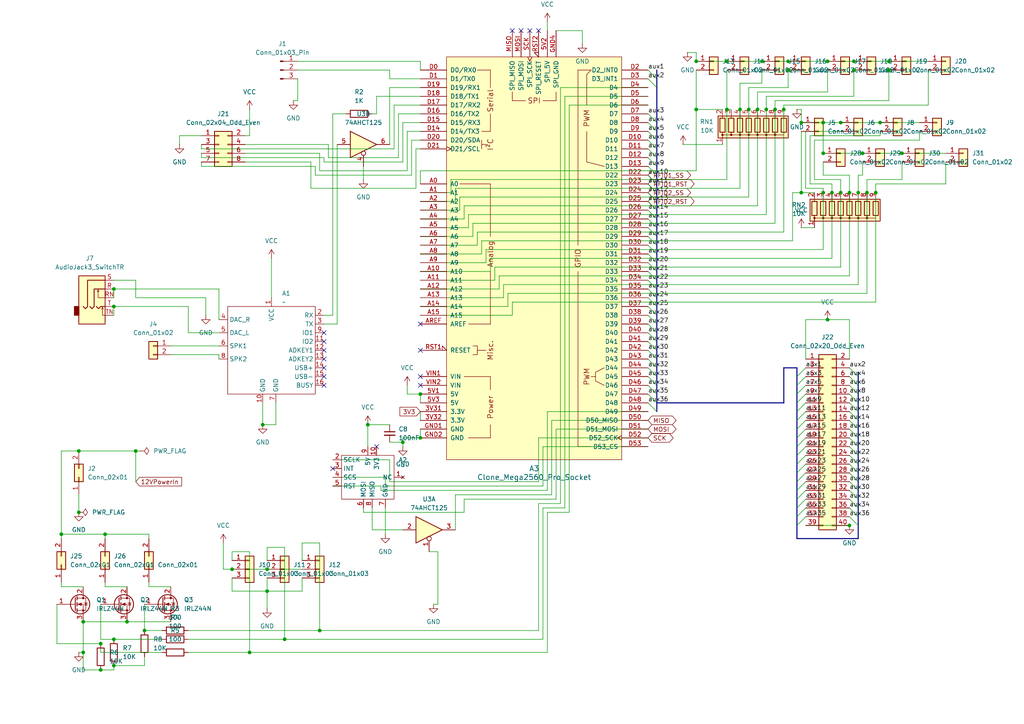
<source format=kicad_sch>
(kicad_sch (version 20231120) (generator "eeschema") (generator_version "8.0")
  (paper "A4")
  (junction (at 24.13 180.34))
  (junction (at 156.21 260.35))
  (junction (at 30.48 154.94))
  (junction (at 238.76 55.88))
  (junction (at 217.17 31.75))
  (junction (at 33.02 193.04))
  (junction (at 238.76 44.45))
  (junction (at 147.32 242.57))
  (junction (at 116.84 128.27))
  (junction (at 33.02 83.82))
  (junction (at 33.02 88.9))
  (junction (at 67.31 165.1))
  (junction (at 22.86 148.59))
  (junction (at 247.65 17.78))
  (junction (at 29.21 186.69))
  (junction (at 210.82 17.78))
  (junction (at 261.62 44.45))
  (junction (at 243.84 35.56))
  (junction (at 22.86 130.81))
  (junction (at 92.71 344.17))
  (junction (at 41.91 182.88))
  (junction (at 247.65 20.32))
  (junction (at 77.47 171.45))
  (junction (at 77.47 165.1))
  (junction (at 222.25 31.75))
  (junction (at 92.71 182.88))
  (junction (at 201.93 31.75))
  (junction (at 238.76 35.56))
  (junction (at 255.27 35.56))
  (junction (at 201.93 17.78))
  (junction (at 82.55 185.42))
  (junction (at 121.92 127))
  (junction (at 24.13 189.23))
  (junction (at 33.02 185.42))
  (junction (at 240.03 92.71))
  (junction (at 232.41 35.56))
  (junction (at 203.2 271.78))
  (junction (at 254 55.88))
  (junction (at 250.19 44.45))
  (junction (at 228.6 20.32))
  (junction (at 72.39 189.23))
  (junction (at 219.71 31.75))
  (junction (at 227.33 31.75))
  (junction (at 80.01 242.57))
  (junction (at 248.92 55.88))
  (junction (at 214.63 31.75))
  (junction (at 251.46 55.88))
  (junction (at 232.41 55.88))
  (junction (at 95.25 242.57))
  (junction (at 246.38 152.4))
  (junction (at 121.92 114.3))
  (junction (at 243.84 55.88))
  (junction (at 241.3 55.88))
  (junction (at 17.78 154.94))
  (junction (at 156.21 242.57))
  (junction (at 36.83 180.34))
  (junction (at 29.21 194.31))
  (junction (at 228.6 17.78))
  (junction (at 240.03 17.78))
  (junction (at 106.68 123.19))
  (junction (at 220.98 17.78))
  (junction (at 39.37 130.81))
  (junction (at 246.38 55.88))
  (junction (at 257.81 20.32))
  (junction (at 210.82 31.75))
  (junction (at 224.79 31.75))
  (junction (at 257.81 17.78))
  (junction (at 76.2 123.19))
  (junction (at 80.01 267.97))
  (no_connect (at 121.92 93.98))
  (no_connect (at 153.67 8.89))
  (no_connect (at 93.98 96.52))
  (no_connect (at 93.98 104.14))
  (no_connect (at 151.13 8.89))
  (no_connect (at 121.92 101.6))
  (no_connect (at 234.95 314.96))
  (no_connect (at 109.22 129.54))
  (no_connect (at 96.52 135.89))
  (no_connect (at 148.59 8.89))
  (no_connect (at 237.49 303.53))
  (no_connect (at 93.98 106.68))
  (no_connect (at 121.92 109.22))
  (no_connect (at 93.98 99.06))
  (no_connect (at 93.98 101.6))
  (no_connect (at 156.21 8.89))
  (no_connect (at 242.57 321.31))
  (no_connect (at 93.98 109.22))
  (no_connect (at 93.98 111.76))
  (no_connect (at 250.19 314.96))
  (no_connect (at 252.73 303.53))
  (no_connect (at 121.92 111.76))
  (no_connect (at 245.11 309.88))
  (bus_entry (at 248.92 132.08) (size -2.54 -2.54))
  (bus_entry (at 248.92 109.22) (size -2.54 -2.54))
  (bus_entry (at 187.96 99.06) (size 2.54 2.54))
  (bus_entry (at 248.92 127) (size -2.54 -2.54))
  (bus_entry (at 248.92 152.4) (size -2.54 -2.54))
  (bus_entry (at 187.96 48.26) (size 2.54 2.54))
  (bus_entry (at 187.96 93.98) (size 2.54 2.54))
  (bus_entry (at 187.96 58.42) (size 2.54 2.54))
  (bus_entry (at 187.96 111.76) (size 2.54 2.54))
  (bus_entry (at 231.14 124.46) (size 2.54 -2.54))
  (bus_entry (at 231.14 132.08) (size 2.54 -2.54))
  (bus_entry (at 187.96 63.5) (size 2.54 2.54))
  (bus_entry (at 187.96 22.86) (size 2.54 2.54))
  (bus_entry (at 187.96 104.14) (size 2.54 2.54))
  (bus_entry (at 187.96 68.58) (size 2.54 2.54))
  (bus_entry (at 231.14 116.84) (size 2.54 -2.54))
  (bus_entry (at 231.14 127) (size 2.54 -2.54))
  (bus_entry (at 248.92 111.76) (size -2.54 -2.54))
  (bus_entry (at 187.96 66.04) (size 2.54 2.54))
  (bus_entry (at 248.92 139.7) (size -2.54 -2.54))
  (bus_entry (at 248.92 149.86) (size -2.54 -2.54))
  (bus_entry (at 187.96 76.2) (size 2.54 2.54))
  (bus_entry (at 248.92 134.62) (size -2.54 -2.54))
  (bus_entry (at 187.96 116.84) (size 2.54 2.54))
  (bus_entry (at 187.96 43.18) (size 2.54 2.54))
  (bus_entry (at 248.92 142.24) (size -2.54 -2.54))
  (bus_entry (at 187.96 35.56) (size 2.54 2.54))
  (bus_entry (at 248.92 124.46) (size -2.54 -2.54))
  (bus_entry (at 187.96 50.8) (size 2.54 2.54))
  (bus_entry (at 248.92 114.3) (size -2.54 -2.54))
  (bus_entry (at 231.14 109.22) (size 2.54 -2.54))
  (bus_entry (at 187.96 86.36) (size 2.54 2.54))
  (bus_entry (at 231.14 144.78) (size 2.54 -2.54))
  (bus_entry (at 231.14 147.32) (size 2.54 -2.54))
  (bus_entry (at 248.92 119.38) (size -2.54 -2.54))
  (bus_entry (at 248.92 129.54) (size -2.54 -2.54))
  (bus_entry (at 248.92 121.92) (size -2.54 -2.54))
  (bus_entry (at 187.96 81.28) (size 2.54 2.54))
  (bus_entry (at 187.96 106.68) (size 2.54 2.54))
  (bus_entry (at 187.96 114.3) (size 2.54 2.54))
  (bus_entry (at 231.14 121.92) (size 2.54 -2.54))
  (bus_entry (at 231.14 134.62) (size 2.54 -2.54))
  (bus_entry (at 187.96 38.1) (size 2.54 2.54))
  (bus_entry (at 187.96 73.66) (size 2.54 2.54))
  (bus_entry (at 187.96 53.34) (size 2.54 2.54))
  (bus_entry (at 231.14 114.3) (size 2.54 -2.54))
  (bus_entry (at 187.96 33.02) (size 2.54 2.54))
  (bus_entry (at 187.96 55.88) (size 2.54 2.54))
  (bus_entry (at 231.14 119.38) (size 2.54 -2.54))
  (bus_entry (at 187.96 78.74) (size 2.54 2.54))
  (bus_entry (at 231.14 149.86) (size 2.54 -2.54))
  (bus_entry (at 248.92 137.16) (size -2.54 -2.54))
  (bus_entry (at 187.96 71.12) (size 2.54 2.54))
  (bus_entry (at 248.92 147.32) (size -2.54 -2.54))
  (bus_entry (at 187.96 109.22) (size 2.54 2.54))
  (bus_entry (at 231.14 137.16) (size 2.54 -2.54))
  (bus_entry (at 231.14 142.24) (size 2.54 -2.54))
  (bus_entry (at 187.96 20.32) (size 2.54 2.54))
  (bus_entry (at 187.96 40.64) (size 2.54 2.54))
  (bus_entry (at 231.14 129.54) (size 2.54 -2.54))
  (bus_entry (at 248.92 144.78) (size -2.54 -2.54))
  (bus_entry (at 187.96 91.44) (size 2.54 2.54))
  (bus_entry (at 231.14 152.4) (size 2.54 -2.54))
  (bus_entry (at 187.96 45.72) (size 2.54 2.54))
  (bus_entry (at 187.96 88.9) (size 2.54 2.54))
  (bus_entry (at 187.96 96.52) (size 2.54 2.54))
  (bus_entry (at 248.92 116.84) (size -2.54 -2.54))
  (bus_entry (at 187.96 101.6) (size 2.54 2.54))
  (bus_entry (at 231.14 111.76) (size 2.54 -2.54))
  (bus_entry (at 187.96 60.96) (size 2.54 2.54))
  (bus_entry (at 187.96 83.82) (size 2.54 2.54))
  (bus_entry (at 231.14 139.7) (size 2.54 -2.54))
  (wire (pts (xy 132.08 54.61) (xy 132.08 58.42)))
  (wire (pts (xy 113.03 133.35) (xy 113.03 139.7)))
  (wire (pts (xy 58.42 46.99) (xy 58.42 48.26)))
  (bus (pts (xy 190.5 68.58) (xy 190.5 71.12)))
  (wire (pts (xy 92.71 49.53) (xy 118.11 49.53)))
  (wire (pts (xy 203.2 274.32) (xy 203.2 271.78)))
  (bus (pts (xy 231.14 124.46) (xy 231.14 127)))
  (bus (pts (xy 190.5 86.36) (xy 190.5 88.9)))
  (wire (pts (xy 29.21 194.31) (xy 24.13 194.31)))
  (wire (pts (xy 118.11 114.3) (xy 118.11 111.76)))
  (wire (pts (xy 161.29 144.78) (xy 161.29 124.46)))
  (wire (pts (xy 201.93 20.32) (xy 201.93 31.75)))
  (wire (pts (xy 93.98 45.72) (xy 93.98 46.99)))
  (wire (pts (xy 214.63 24.13) (xy 214.63 31.75)))
  (wire (pts (xy 110.49 140.97) (xy 110.49 142.24)))
  (wire (pts (xy 139.7 73.66) (xy 121.92 73.66)))
  (wire (pts (xy 214.63 54.61) (xy 132.08 54.61)))
  (wire (pts (xy 77.47 165.1) (xy 87.63 165.1)))
  (wire (pts (xy 133.35 57.15) (xy 133.35 60.96)))
  (wire (pts (xy 24.13 189.23) (xy 22.86 189.23)))
  (wire (pts (xy 269.24 30.48) (xy 269.24 20.32)))
  (wire (pts (xy 219.71 31.75) (xy 219.71 59.69)))
  (wire (pts (xy 250.19 44.45) (xy 261.62 44.45)))
  (bus (pts (xy 231.14 119.38) (xy 231.14 121.92)))
  (wire (pts (xy 266.7 38.1) (xy 266.7 40.64)))
  (wire (pts (xy 116.84 127) (xy 116.84 128.27)))
  (wire (pts (xy 54.61 96.52) (xy 63.5 96.52)))
  (bus (pts (xy 231.14 147.32) (xy 231.14 149.86)))
  (wire (pts (xy 39.37 130.81) (xy 40.64 130.81)))
  (bus (pts (xy 190.5 81.28) (xy 190.5 83.82)))
  (wire (pts (xy 118.11 38.1) (xy 118.11 49.53)))
  (wire (pts (xy 77.47 158.75) (xy 82.55 158.75)))
  (wire (pts (xy 83.82 344.17) (xy 92.71 344.17)))
  (wire (pts (xy 106.68 123.19) (xy 106.68 129.54)))
  (wire (pts (xy 274.32 53.34) (xy 254 53.34)))
  (wire (pts (xy 146.05 86.36) (xy 121.92 86.36)))
  (wire (pts (xy 41.91 182.88) (xy 41.91 175.26)))
  (wire (pts (xy 95.25 41.91) (xy 95.25 45.72)))
  (wire (pts (xy 41.91 182.88) (xy 46.99 182.88)))
  (wire (pts (xy 74.93 242.57) (xy 80.01 242.57)))
  (wire (pts (xy 259.08 20.32) (xy 257.81 20.32)))
  (wire (pts (xy 157.48 129.54) (xy 187.96 129.54)))
  (wire (pts (xy 91.44 48.26) (xy 91.44 50.8)))
  (wire (pts (xy 87.63 167.64) (xy 87.63 171.45)))
  (wire (pts (xy 147.32 260.35) (xy 156.21 260.35)))
  (wire (pts (xy 158.75 148.59) (xy 165.1 148.59)))
  (wire (pts (xy 43.18 168.91) (xy 43.18 170.18)))
  (wire (pts (xy 77.47 162.56) (xy 77.47 158.75)))
  (wire (pts (xy 43.18 154.94) (xy 43.18 156.21)))
  (bus (pts (xy 231.14 116.84) (xy 231.14 119.38)))
  (wire (pts (xy 95.25 261.62) (xy 95.25 267.97)))
  (wire (pts (xy 107.95 33.02) (xy 109.22 33.02)))
  (wire (pts (xy 238.76 46.99) (xy 238.76 50.8)))
  (wire (pts (xy 220.98 17.78) (xy 228.6 17.78)))
  (wire (pts (xy 140.97 76.2) (xy 121.92 76.2)))
  (wire (pts (xy 232.41 55.88) (xy 236.22 55.88)))
  (wire (pts (xy 96.52 33.02) (xy 100.33 33.02)))
  (wire (pts (xy 121.92 119.38) (xy 121.92 121.92)))
  (wire (pts (xy 132.08 153.67) (xy 132.08 143.51)))
  (wire (pts (xy 243.84 38.1) (xy 233.68 38.1)))
  (wire (pts (xy 219.71 59.69) (xy 134.62 59.69)))
  (wire (pts (xy 156.21 182.88) (xy 156.21 146.05)))
  (wire (pts (xy 156.21 146.05) (xy 162.56 146.05)))
  (wire (pts (xy 254 55.88) (xy 254 87.63)))
  (wire (pts (xy 86.36 17.78) (xy 121.92 17.78)))
  (wire (pts (xy 227.33 30.48) (xy 269.24 30.48)))
  (wire (pts (xy 86.36 22.86) (xy 86.36 29.21)))
  (wire (pts (xy 36.83 180.34) (xy 49.53 180.34)))
  (wire (pts (xy 266.7 40.64) (xy 236.22 40.64)))
  (wire (pts (xy 116.84 128.27) (xy 116.84 129.54)))
  (bus (pts (xy 190.5 20.32) (xy 190.5 22.86)))
  (wire (pts (xy 82.55 158.75) (xy 82.55 185.42)))
  (wire (pts (xy 232.41 35.56) (xy 238.76 35.56)))
  (wire (pts (xy 143.51 77.47) (xy 143.51 81.28)))
  (bus (pts (xy 190.5 111.76) (xy 190.5 114.3)))
  (wire (pts (xy 224.79 31.75) (xy 224.79 64.77)))
  (wire (pts (xy 54.61 88.9) (xy 54.61 96.52)))
  (bus (pts (xy 248.92 127) (xy 248.92 129.54)))
  (bus (pts (xy 190.5 83.82) (xy 190.5 86.36)))
  (wire (pts (xy 261.62 52.07) (xy 251.46 52.07)))
  (wire (pts (xy 248.92 50.8) (xy 248.92 55.88)))
  (wire (pts (xy 92.71 157.48) (xy 92.71 182.88)))
  (bus (pts (xy 190.5 66.04) (xy 190.5 68.58)))
  (wire (pts (xy 158.75 6.35) (xy 158.75 8.89)))
  (wire (pts (xy 142.24 78.74) (xy 121.92 78.74)))
  (wire (pts (xy 156.21 250.19) (xy 156.21 260.35)))
  (bus (pts (xy 227.33 116.84) (xy 227.33 106.68)))
  (wire (pts (xy 147.32 85.09) (xy 147.32 88.9)))
  (wire (pts (xy 39.37 130.81) (xy 39.37 139.7)))
  (wire (pts (xy 241.3 55.88) (xy 241.3 74.93)))
  (wire (pts (xy 168.91 8.89) (xy 168.91 12.7)))
  (wire (pts (xy 105.41 148.59) (xy 134.62 148.59)))
  (wire (pts (xy 130.81 52.07) (xy 130.81 55.88)))
  (wire (pts (xy 33.02 88.9) (xy 33.02 91.44)))
  (wire (pts (xy 105.41 48.26) (xy 105.41 52.07)))
  (wire (pts (xy 240.03 20.32) (xy 240.03 26.67)))
  (wire (pts (xy 157.48 140.97) (xy 157.48 129.54)))
  (wire (pts (xy 111.76 140.97) (xy 157.48 140.97)))
  (bus (pts (xy 248.92 129.54) (xy 248.92 132.08)))
  (wire (pts (xy 33.02 88.9) (xy 54.61 88.9)))
  (wire (pts (xy 248.92 82.55) (xy 146.05 82.55)))
  (bus (pts (xy 248.92 107.95) (xy 248.92 109.22)))
  (wire (pts (xy 147.32 242.57) (xy 156.21 242.57)))
  (wire (pts (xy 97.79 93.98) (xy 97.79 41.91)))
  (wire (pts (xy 87.63 162.56) (xy 87.63 157.48)))
  (wire (pts (xy 82.55 185.42) (xy 157.48 185.42)))
  (wire (pts (xy 29.21 186.69) (xy 16.51 186.69)))
  (wire (pts (xy 236.22 40.64) (xy 236.22 52.07)))
  (wire (pts (xy 247.65 17.78) (xy 257.81 17.78)))
  (wire (pts (xy 82.55 325.12) (xy 92.71 325.12)))
  (wire (pts (xy 231.14 31.75) (xy 232.41 31.75)))
  (wire (pts (xy 238.76 44.45) (xy 250.19 44.45)))
  (wire (pts (xy 247.65 242.57) (xy 247.65 250.19)))
  (wire (pts (xy 67.31 160.02) (xy 72.39 160.02)))
  (wire (pts (xy 143.51 81.28) (xy 121.92 81.28)))
  (wire (pts (xy 232.41 66.04) (xy 236.22 66.04)))
  (wire (pts (xy 238.76 54.61) (xy 238.76 55.88)))
  (wire (pts (xy 24.13 180.34) (xy 24.13 189.23)))
  (wire (pts (xy 139.7 69.85) (xy 139.7 73.66)))
  (wire (pts (xy 87.63 157.48) (xy 92.71 157.48)))
  (bus (pts (xy 231.14 149.86) (xy 231.14 152.4)))
  (bus (pts (xy 248.92 119.38) (xy 248.92 121.92)))
  (wire (pts (xy 113.03 139.7) (xy 156.21 139.7)))
  (wire (pts (xy 232.41 31.75) (xy 232.41 35.56)))
  (wire (pts (xy 134.62 144.78) (xy 161.29 144.78)))
  (wire (pts (xy 67.31 167.64) (xy 67.31 171.45)))
  (bus (pts (xy 227.33 106.68) (xy 231.14 106.68)))
  (wire (pts (xy 106.68 123.19) (xy 113.03 123.19)))
  (bus (pts (xy 190.5 35.56) (xy 190.5 38.1)))
  (wire (pts (xy 93.98 93.98) (xy 97.79 93.98)))
  (wire (pts (xy 127 160.02) (xy 127 175.26)))
  (wire (pts (xy 255.27 39.37) (xy 234.95 39.37)))
  (wire (pts (xy 95.25 45.72) (xy 115.57 45.72)))
  (wire (pts (xy 115.57 33.02) (xy 121.92 33.02)))
  (bus (pts (xy 231.14 139.7) (xy 231.14 142.24)))
  (wire (pts (xy 157.48 147.32) (xy 163.83 147.32)))
  (bus (pts (xy 190.5 60.96) (xy 190.5 63.5)))
  (bus (pts (xy 190.5 43.18) (xy 190.5 45.72)))
  (wire (pts (xy 115.57 45.72) (xy 115.57 33.02)))
  (bus (pts (xy 190.5 116.84) (xy 227.33 116.84)))
  (wire (pts (xy 255.27 38.1) (xy 255.27 39.37)))
  (wire (pts (xy 80.01 242.57) (xy 80.01 254)))
  (wire (pts (xy 121.92 60.96) (xy 133.35 60.96)))
  (wire (pts (xy 72.39 39.37) (xy 72.39 31.75)))
  (wire (pts (xy 238.76 35.56) (xy 238.76 44.45)))
  (wire (pts (xy 93.98 46.99) (xy 116.84 46.99)))
  (bus (pts (xy 248.92 142.24) (xy 248.92 144.78)))
  (wire (pts (xy 210.82 52.07) (xy 130.81 52.07)))
  (wire (pts (xy 148.59 91.44) (xy 121.92 91.44)))
  (bus (pts (xy 231.14 106.68) (xy 231.14 109.22)))
  (wire (pts (xy 240.03 26.67) (xy 219.71 26.67)))
  (bus (pts (xy 190.5 93.98) (xy 190.5 96.52)))
  (wire (pts (xy 246.38 80.01) (xy 144.78 80.01)))
  (wire (pts (xy 261.62 46.99) (xy 261.62 52.07)))
  (bus (pts (xy 190.5 78.74) (xy 190.5 81.28)))
  (bus (pts (xy 190.5 91.44) (xy 190.5 93.98)))
  (wire (pts (xy 194.31 274.32) (xy 203.2 274.32)))
  (wire (pts (xy 134.62 144.78) (xy 134.62 148.59)))
  (wire (pts (xy 17.78 170.18) (xy 24.13 170.18)))
  (wire (pts (xy 127 175.26) (xy 125.73 175.26)))
  (wire (pts (xy 227.33 31.75) (xy 227.33 30.48)))
  (wire (pts (xy 158.75 189.23) (xy 158.75 148.59)))
  (wire (pts (xy 138.43 67.31) (xy 138.43 71.12)))
  (wire (pts (xy 58.42 44.45) (xy 58.42 45.72)))
  (bus (pts (xy 248.92 111.76) (xy 248.92 114.3)))
  (wire (pts (xy 233.68 54.61) (xy 238.76 54.61)))
  (bus (pts (xy 248.92 149.86) (xy 248.92 152.4)))
  (wire (pts (xy 33.02 185.42) (xy 46.99 185.42)))
  (wire (pts (xy 125.73 250.19) (xy 125.73 270.51)))
  (bus (pts (xy 190.5 58.42) (xy 190.5 60.96)))
  (wire (pts (xy 201.93 15.24) (xy 201.93 17.78)))
  (wire (pts (xy 165.1 148.59) (xy 165.1 30.48)))
  (bus (pts (xy 190.5 106.68) (xy 190.5 109.22)))
  (wire (pts (xy 113.03 20.32) (xy 113.03 22.86)))
  (wire (pts (xy 121.92 17.78) (xy 121.92 20.32)))
  (wire (pts (xy 33.02 83.82) (xy 33.02 86.36)))
  (wire (pts (xy 80.01 123.19) (xy 80.01 116.84)))
  (wire (pts (xy 254 53.34) (xy 254 55.88)))
  (wire (pts (xy 96.52 140.97) (xy 110.49 140.97)))
  (wire (pts (xy 243.84 52.07) (xy 243.84 55.88)))
  (wire (pts (xy 90.17 54.61) (xy 120.65 54.61)))
  (bus (pts (xy 190.5 109.22) (xy 190.5 111.76)))
  (wire (pts (xy 238.76 55.88) (xy 238.76 72.39)))
  (wire (pts (xy 142.24 74.93) (xy 142.24 78.74)))
  (wire (pts (xy 29.21 189.23) (xy 29.21 186.69)))
  (wire (pts (xy 198.12 271.78) (xy 194.31 271.78)))
  (bus (pts (xy 248.92 109.22) (xy 248.92 111.76)))
  (wire (pts (xy 132.08 143.51) (xy 160.02 143.51)))
  (wire (pts (xy 120.65 43.18) (xy 121.92 43.18)))
  (wire (pts (xy 29.21 194.31) (xy 33.02 194.31)))
  (wire (pts (xy 59.69 91.44) (xy 59.69 86.36)))
  (wire (pts (xy 138.43 71.12) (xy 121.92 71.12)))
  (wire (pts (xy 241.3 53.34) (xy 241.3 55.88)))
  (wire (pts (xy 121.92 114.3) (xy 121.92 116.84)))
  (wire (pts (xy 95.25 267.97) (xy 80.01 267.97)))
  (wire (pts (xy 137.16 68.58) (xy 121.92 68.58)))
  (wire (pts (xy 210.82 17.78) (xy 220.98 17.78)))
  (bus (pts (xy 231.14 156.21) (xy 248.92 156.21)))
  (wire (pts (xy 229.87 55.88) (xy 229.87 69.85)))
  (wire (pts (xy 158.75 142.24) (xy 158.75 119.38)))
  (bus (pts (xy 231.14 121.92) (xy 231.14 124.46)))
  (bus (pts (xy 190.5 40.64) (xy 190.5 43.18)))
  (bus (pts (xy 231.14 111.76) (xy 231.14 114.3)))
  (wire (pts (xy 247.65 27.94) (xy 222.25 27.94)))
  (wire (pts (xy 109.22 27.94) (xy 109.22 33.02)))
  (wire (pts (xy 163.83 27.94) (xy 163.83 147.32)))
  (wire (pts (xy 227.33 31.75) (xy 227.33 67.31)))
  (bus (pts (xy 190.5 119.38) (xy 190.5 116.84)))
  (wire (pts (xy 158.75 119.38) (xy 187.96 119.38)))
  (wire (pts (xy 64.77 157.48) (xy 64.77 165.1)))
  (wire (pts (xy 63.5 102.87) (xy 63.5 104.14)))
  (wire (pts (xy 72.39 160.02) (xy 72.39 189.23)))
  (wire (pts (xy 227.33 67.31) (xy 138.43 67.31)))
  (wire (pts (xy 246.38 55.88) (xy 246.38 80.01)))
  (bus (pts (xy 190.5 25.4) (xy 190.5 35.56)))
  (wire (pts (xy 33.02 194.31) (xy 33.02 193.04)))
  (wire (pts (xy 257.81 20.32) (xy 257.81 29.21)))
  (wire (pts (xy 165.1 30.48) (xy 187.96 30.48)))
  (wire (pts (xy 156.21 242.57) (xy 171.45 242.57)))
  (wire (pts (xy 30.48 154.94) (xy 30.48 156.21)))
  (bus (pts (xy 190.5 45.72) (xy 190.5 48.26)))
  (wire (pts (xy 214.63 31.75) (xy 214.63 54.61)))
  (wire (pts (xy 119.38 50.8) (xy 119.38 40.64)))
  (bus (pts (xy 190.5 63.5) (xy 190.5 66.04)))
  (wire (pts (xy 233.68 92.71) (xy 240.03 92.71)))
  (bus (pts (xy 190.5 55.88) (xy 190.5 58.42)))
  (wire (pts (xy 76.2 116.84) (xy 76.2 123.19)))
  (bus (pts (xy 231.14 137.16) (xy 231.14 139.7)))
  (wire (pts (xy 201.93 17.78) (xy 210.82 17.78)))
  (wire (pts (xy 229.87 69.85) (xy 139.7 69.85)))
  (wire (pts (xy 148.59 87.63) (xy 148.59 91.44)))
  (wire (pts (xy 160.02 121.92) (xy 187.96 121.92)))
  (wire (pts (xy 231.14 20.32) (xy 228.6 20.32)))
  (wire (pts (xy 241.3 74.93) (xy 142.24 74.93)))
  (wire (pts (xy 130.81 55.88) (xy 121.92 55.88)))
  (wire (pts (xy 162.56 25.4) (xy 187.96 25.4)))
  (wire (pts (xy 39.37 81.28) (xy 33.02 81.28)))
  (wire (pts (xy 114.3 30.48) (xy 121.92 30.48)))
  (wire (pts (xy 243.84 77.47) (xy 143.51 77.47)))
  (bus (pts (xy 248.92 144.78) (xy 248.92 147.32)))
  (bus (pts (xy 248.92 121.92) (xy 248.92 124.46)))
  (wire (pts (xy 76.2 123.19) (xy 80.01 123.19)))
  (bus (pts (xy 190.5 50.8) (xy 190.5 53.34)))
  (bus (pts (xy 190.5 101.6) (xy 190.5 104.14)))
  (bus (pts (xy 231.14 129.54) (xy 231.14 132.08)))
  (wire (pts (xy 41.91 193.04) (xy 41.91 190.5)))
  (wire (pts (xy 121.92 49.53) (xy 121.92 53.34)))
  (bus (pts (xy 248.92 134.62) (xy 248.92 137.16)))
  (wire (pts (xy 17.78 154.94) (xy 30.48 154.94)))
  (wire (pts (xy 233.68 104.14) (xy 233.68 92.71)))
  (bus (pts (xy 190.5 76.2) (xy 190.5 78.74)))
  (wire (pts (xy 147.32 88.9) (xy 121.92 88.9)))
  (wire (pts (xy 118.11 38.1) (xy 121.92 38.1)))
  (wire (pts (xy 91.44 50.8) (xy 119.38 50.8)))
  (wire (pts (xy 52.07 39.37) (xy 52.07 41.91)))
  (wire (pts (xy 71.12 39.37) (xy 72.39 39.37)))
  (wire (pts (xy 233.68 38.1) (xy 233.68 54.61)))
  (wire (pts (xy 96.52 138.43) (xy 111.76 138.43)))
  (bus (pts (xy 248.92 147.32) (xy 248.92 149.86)))
  (wire (pts (xy 54.61 189.23) (xy 72.39 189.23)))
  (wire (pts (xy 43.18 170.18) (xy 49.53 170.18)))
  (wire (pts (xy 251.46 52.07) (xy 251.46 55.88)))
  (wire (pts (xy 234.95 53.34) (xy 241.3 53.34)))
  (wire (pts (xy 261.62 44.45) (xy 274.32 44.45)))
  (wire (pts (xy 54.61 185.42) (xy 82.55 185.42)))
  (wire (pts (xy 17.78 130.81) (xy 22.86 130.81)))
  (wire (pts (xy 33.02 193.04) (xy 41.91 193.04)))
  (wire (pts (xy 121.92 66.04) (xy 135.89 66.04)))
  (wire (pts (xy 157.48 185.42) (xy 157.48 147.32)))
  (wire (pts (xy 210.82 31.75) (xy 212.09 31.75)))
  (wire (pts (xy 80.01 267.97) (xy 80.01 261.62)))
  (wire (pts (xy 96.52 91.44) (xy 93.98 91.44)))
  (wire (pts (xy 222.25 31.75) (xy 222.25 62.23)))
  (wire (pts (xy 17.78 154.94) (xy 17.78 130.81)))
  (wire (pts (xy 243.84 35.56) (xy 255.27 35.56)))
  (wire (pts (xy 250.19 46.99) (xy 250.19 50.8)))
  (bus (pts (xy 190.5 114.3) (xy 190.5 116.84)))
  (wire (pts (xy 24.13 180.34) (xy 36.83 180.34)))
  (wire (pts (xy 116.84 46.99) (xy 116.84 35.56)))
  (wire (pts (xy 58.42 45.72) (xy 93.98 45.72)))
  (wire (pts (xy 107.95 153.67) (xy 116.84 153.67)))
  (bus (pts (xy 231.14 132.08) (xy 231.14 134.62)))
  (wire (pts (xy 232.41 38.1) (xy 232.41 55.88)))
  (wire (pts (xy 86.36 20.32) (xy 113.03 20.32)))
  (bus (pts (xy 231.14 142.24) (xy 231.14 144.78)))
  (wire (pts (xy 24.13 194.31) (xy 24.13 189.23)))
  (wire (pts (xy 111.76 138.43) (xy 111.76 140.97)))
  (wire (pts (xy 120.65 54.61) (xy 120.65 43.18)))
  (wire (pts (xy 113.03 22.86) (xy 121.92 22.86)))
  (bus (pts (xy 231.14 109.22) (xy 231.14 111.76)))
  (wire (pts (xy 77.47 167.64) (xy 77.47 171.45)))
  (wire (pts (xy 67.31 162.56) (xy 67.31 160.02)))
  (wire (pts (xy 58.42 39.37) (xy 52.07 39.37)))
  (wire (pts (xy 238.76 72.39) (xy 140.97 72.39)))
  (wire (pts (xy 39.37 86.36) (xy 39.37 81.28)))
  (wire (pts (xy 228.6 25.4) (xy 217.17 25.4)))
  (wire (pts (xy 201.93 31.75) (xy 201.93 49.53)))
  (wire (pts (xy 54.61 182.88) (xy 92.71 182.88)))
  (wire (pts (xy 224.79 29.21) (xy 257.81 29.21)))
  (bus (pts (xy 231.14 114.3) (xy 231.14 116.84)))
  (wire (pts (xy 109.22 27.94) (xy 121.92 27.94)))
  (wire (pts (xy 250.19 50.8) (xy 248.92 50.8)))
  (wire (pts (xy 17.78 156.21) (xy 17.78 154.94)))
  (wire (pts (xy 161.29 124.46) (xy 187.96 124.46)))
  (wire (pts (xy 96.52 133.35) (xy 113.03 133.35)))
  (wire (pts (xy 255.27 35.56) (xy 266.7 35.56)))
  (bus (pts (xy 190.5 73.66) (xy 190.5 76.2)))
  (wire (pts (xy 105.41 147.32) (xy 105.41 148.59)))
  (wire (pts (xy 96.52 33.02) (xy 96.52 91.44)))
  (wire (pts (xy 243.84 55.88) (xy 243.84 77.47)))
  (wire (pts (xy 217.17 25.4) (xy 217.17 31.75)))
  (bus (pts (xy 231.14 127) (xy 231.14 129.54)))
  (wire (pts (xy 30.48 154.94) (xy 43.18 154.94)))
  (wire (pts (xy 95.25 242.57) (xy 118.11 242.57)))
  (wire (pts (xy 203.2 271.78) (xy 203.2 270.51)))
  (bus (pts (xy 231.14 144.78) (xy 231.14 147.32)))
  (wire (pts (xy 58.42 41.91) (xy 58.42 43.18)))
  (wire (pts (xy 92.71 325.12) (xy 92.71 344.17)))
  (wire (pts (xy 107.95 153.67) (xy 107.95 147.32)))
  (wire (pts (xy 29.21 189.23) (xy 46.99 189.23)))
  (wire (pts (xy 90.17 46.99) (xy 90.17 54.61)))
  (wire (pts (xy 210.82 31.75) (xy 210.82 52.07)))
  (wire (pts (xy 17.78 168.91) (xy 17.78 170.18)))
  (wire (pts (xy 158.75 189.23) (xy 72.39 189.23)))
  (bus (pts (xy 248.92 137.16) (xy 248.92 139.7)))
  (wire (pts (xy 198.12 260.35) (xy 198.12 271.78)))
  (wire (pts (xy 240.03 92.71) (xy 246.38 92.71)))
  (wire (pts (xy 39.37 86.36) (xy 59.69 86.36)))
  (wire (pts (xy 77.47 171.45) (xy 87.63 171.45)))
  (wire (pts (xy 124.46 160.02) (xy 127 160.02)))
  (bus (pts (xy 231.14 134.62) (xy 231.14 137.16)))
  (wire (pts (xy 251.46 55.88) (xy 251.46 85.09)))
  (wire (pts (xy 113.03 128.27) (xy 116.84 128.27)))
  (wire (pts (xy 67.31 165.1) (xy 77.47 165.1)))
  (wire (pts (xy 30.48 168.91) (xy 30.48 170.18)))
  (wire (pts (xy 160.02 143.51) (xy 160.02 121.92)))
  (wire (pts (xy 22.86 130.81) (xy 39.37 130.81)))
  (wire (pts (xy 228.6 20.32) (xy 228.6 25.4)))
  (wire (pts (xy 238.76 35.56) (xy 243.84 35.56)))
  (wire (pts (xy 238.76 50.8) (xy 246.38 50.8)))
  (wire (pts (xy 121.92 114.3) (xy 118.11 114.3)))
  (bus (pts (xy 190.5 22.86) (xy 190.5 25.4)))
  (wire (pts (xy 95.25 242.57) (xy 95.25 254)))
  (wire (pts (xy 222.25 27.94) (xy 222.25 31.75)))
  (wire (pts (xy 114.3 43.18) (xy 114.3 30.48)))
  (wire (pts (xy 16.51 186.69) (xy 16.51 175.26)))
  (wire (pts (xy 209.55 41.91) (xy 198.12 41.91)))
  (wire (pts (xy 22.86 143.51) (xy 22.86 148.59)))
  (wire (pts (xy 220.98 24.13) (xy 214.63 24.13)))
  (wire (pts (xy 163.83 27.94) (xy 187.96 27.94)))
  (wire (pts (xy 92.71 44.45) (xy 92.71 49.53)))
  (bus (pts (xy 248.92 132.08) (xy 248.92 134.62)))
  (wire (pts (xy 257.81 17.78) (xy 269.24 17.78)))
  (wire (pts (xy 30.48 170.18) (xy 36.83 170.18)))
  (wire (pts (xy 251.46 85.09) (xy 147.32 85.09)))
  (wire (pts (xy 71.12 41.91) (xy 95.25 41.91)))
  (wire (pts (xy 77.47 171.45) (xy 77.47 176.53)))
  (bus (pts (xy 248.92 124.46) (xy 248.92 127)))
  (wire (pts (xy 201.93 49.53) (xy 121.92 49.53)))
  (wire (pts (xy 162.56 146.05) (xy 162.56 25.4)))
  (wire (pts (xy 121.92 63.5) (xy 134.62 63.5)))
  (wire (pts (xy 137.16 64.77) (xy 137.16 68.58)))
  (wire (pts (xy 111.76 147.32) (xy 111.76 154.94)))
  (wire (pts (xy 49.53 100.33) (xy 63.5 100.33)))
  (wire (pts (xy 156.21 139.7) (xy 156.21 127)))
  (wire (pts (xy 217.17 31.75) (xy 217.17 57.15)))
  (wire (pts (xy 236.22 52.07) (xy 243.84 52.07)))
  (wire (pts (xy 267.97 294.64) (xy 267.97 299.72)))
  (bus (pts (xy 190.5 88.9) (xy 190.5 91.44)))
  (bus (pts (xy 248.92 152.4) (xy 248.92 156.21)))
  (wire (pts (xy 267.97 325.12) (xy 267.97 330.2)))
  (wire (pts (xy 113.03 25.4) (xy 113.03 41.91)))
  (bus (pts (xy 190.5 99.06) (xy 190.5 101.6)))
  (wire (pts (xy 232.41 55.88) (xy 229.87 55.88)))
  (wire (pts (xy 224.79 31.75) (xy 224.79 29.21)))
  (wire (pts (xy 224.79 64.77) (xy 137.16 64.77)))
  (wire (pts (xy 29.21 185.42) (xy 33.02 185.42)))
  (wire (pts (xy 58.42 43.18) (xy 114.3 43.18)))
  (wire (pts (xy 110.49 142.24) (xy 158.75 142.24)))
  (wire (pts (xy 234.95 39.37) (xy 234.95 53.34)))
  (wire (pts (xy 222.25 62.23) (xy 135.89 62.23)))
  (wire (pts (xy 71.12 46.99) (xy 90.17 46.99)))
  (wire (pts (xy 49.53 102.87) (xy 63.5 102.87)))
  (wire (pts (xy 121.92 127) (xy 116.84 127)))
  (wire (pts (xy 228.6 17.78) (xy 240.03 17.78)))
  (wire (pts (xy 92.71 344.17) (xy 92.71 351.79)))
  (bus (pts (xy 248.92 114.3) (xy 248.92 116.84)))
  (wire (pts (xy 210.82 20.32) (xy 210.82 31.75)))
  (wire (pts (xy 246.38 92.71) (xy 246.38 104.14)))
  (wire (pts (xy 119.38 40.64) (xy 121.92 40.64)))
  (wire (pts (xy 246.38 50.8) (xy 246.38 55.88)))
  (wire (pts (xy 121.92 58.42) (xy 132.08 58.42)))
  (wire (pts (xy 86.36 29.21) (xy 85.09 29.21)))
  (wire (pts (xy 147.32 250.19) (xy 147.32 260.35)))
  (wire (pts (xy 146.05 82.55) (xy 146.05 86.36)))
  (wire (pts (xy 71.12 44.45) (xy 92.71 44.45)))
  (wire (pts (xy 80.01 242.57) (xy 95.25 242.57)))
  (wire (pts (xy 29.21 175.26) (xy 29.21 185.42)))
  (wire (pts (xy 219.71 26.67) (xy 219.71 31.75)))
  (bus (pts (xy 248.92 139.7) (xy 248.92 142.24)))
  (wire (pts (xy 133.35 242.57) (xy 147.32 242.57)))
  (bus (pts (xy 231.14 152.4) (xy 231.14 156.21)))
  (wire (pts (xy 220.98 20.32) (xy 220.98 24.13)))
  (wire (pts (xy 78.74 74.93) (xy 78.74 86.36)))
  (wire (pts (xy 254 87.63) (xy 148.59 87.63)))
  (wire (pts (xy 274.32 46.99) (xy 274.32 53.34)))
  (wire (pts (xy 247.65 20.32) (xy 247.65 27.94)))
  (wire (pts (xy 240.03 17.78) (xy 247.65 17.78)))
  (wire (pts (xy 161.29 8.89) (xy 168.91 8.89)))
  (bus (pts (xy 190.5 96.52) (xy 190.5 99.06)))
  (wire (pts (xy 134.62 59.69) (xy 134.62 63.5)))
  (wire (pts (xy 58.42 48.26) (xy 91.44 48.26)))
  (wire (pts (xy 64.77 165.1) (xy 67.31 165.1)))
  (wire (pts (xy 67.31 171.45) (xy 77.47 171.45)))
  (wire (pts (xy 248.92 55.88) (xy 248.92 82.55)))
  (wire (pts (xy 80.01 274.32) (xy 80.01 267.97)))
  (wire (pts (xy 233.68 152.4) (xy 246.38 152.4)))
  (bus (pts (xy 190.5 53.34) (xy 190.5 55.88)))
  (wire (pts (xy 248.92 20.32) (xy 247.65 20.32)))
  (wire (pts (xy 156.21 127) (xy 187.96 127)))
  (wire (pts (xy 135.89 62.23) (xy 135.89 66.04)))
  (wire (pts (xy 201.93 31.75) (xy 209.55 31.75)))
  (wire (pts (xy 121.92 124.46) (xy 121.92 127)))
  (bus (pts (xy 190.5 38.1) (xy 190.5 40.64)))
  (bus (pts (xy 248.92 116.84) (xy 248.92 119.38)))
  (wire (pts (xy 63.5 83.82) (xy 63.5 92.71)))
  (wire (pts (xy 140.97 72.39) (xy 140.97 76.2)))
  (wire (pts (xy 217.17 57.15) (xy 133.35 57.15)))
  (wire (pts (xy 116.84 35.56) (xy 121.92 35.56)))
  (wire (pts (xy 144.78 83.82) (xy 121.92 83.82)))
  (bus (pts (xy 190.5 71.12) (xy 190.5 73.66)))
  (bus (pts (xy 190.5 104.14) (xy 190.5 106.68)))
  (wire (pts (xy 156.21 182.88) (xy 92.71 182.88)))
  (wire (pts (xy 33.02 83.82) (xy 63.5 83.82)))
  (wire (pts (xy 144.78 80.01) (xy 144.78 83.82)))
  (wire (pts (xy 199.39 15.24) (xy 201.93 15.24)))
  (bus (pts (xy 190.5 48.26) (xy 190.5 50.8)))
  (wire (pts (xy 121.92 25.4) (xy 113.03 25.4)))
  (label "aux22" (at 187.96 81.28 0))
  (label "aux33" (at 187.96 109.22 0))
  (label "aux11" (at 233.68 119.38 0))
  (label "aux28" (at 187.96 96.52 0))
  (label "aux31" (at 187.96 104.14 0))
  (label "aux11" (at 187.96 53.34 0))
  (label "aux1" (at 187.96 20.32 0))
  (label "aux7" (at 187.96 43.18 0))
  (label "aux4" (at 246.38 109.22 0))
  (label "aux27" (at 233.68 139.7 0))
  (label "aux14" (at 246.38 121.92 0))
  (label "aux24" (at 246.38 134.62 0))
  (label "aux12" (at 187.96 55.88 0))
  (label "aux32" (at 187.96 106.68 0))
  (label "aux23" (at 187.96 83.82 0))
  (label "aux9" (at 233.68 116.84 0))
  (label "aux18" (at 246.38 127 0))
  (label "aux29" (at 233.68 142.24 0))
  (label "aux20" (at 246.38 129.54 0))
  (label "aux6" (at 187.96 40.64 0))
  (label "aux5" (at 187.96 38.1 0))
  (label "aux4" (at 187.96 35.56 0))
  (label "aux3" (at 187.96 33.02 0))
  (label "aux17" (at 233.68 127 0))
  (label "aux26" (at 246.38 137.16 0))
  (label "aux15" (at 187.96 63.5 0))
  (label "aux10" (at 187.96 50.8 0))
  (label "aux21" (at 233.68 132.08 0))
  (label "aux34" (at 187.96 111.76 0))
  (label "aux27" (at 187.96 93.98 0))
  (label "aux10" (at 246.38 116.84 0))
  (label "aux20" (at 187.96 76.2 0))
  (label "aux36" (at 246.38 149.86 0))
  (label "aux21" (at 187.96 78.74 0))
  (label "aux26" (at 187.96 91.44 0))
  (label "aux19" (at 233.68 129.54 0))
  (label "aux16" (at 246.38 124.46 0))
  (label "aux9" (at 187.96 48.26 0))
  (label "aux8" (at 246.38 114.3 0))
  (label "aux35" (at 187.96 114.3 0))
  (label "aux18" (at 187.96 71.12 0))
  (label "aux6" (at 246.38 111.76 0))
  (label "aux12" (at 246.38 119.38 0))
  (label "aux17" (at 187.96 68.58 0))
  (label "aux28" (at 246.38 139.7 0))
  (label "aux22" (at 246.38 132.08 0))
  (label "aux3" (at 233.68 109.22 0))
  (label "aux32" (at 246.38 144.78 0))
  (label "aux36" (at 187.96 116.84 0))
  (label "aux31" (at 233.68 144.78 0))
  (label "aux2" (at 187.96 22.86 0))
  (label "aux30" (at 187.96 101.6 0))
  (label "aux8" (at 187.96 45.72 0))
  (label "aux14" (at 187.96 60.96 0))
  (label "aux2" (at 246.38 106.68 0))
  (label "aux19" (at 187.96 73.66 0))
  (label "aux13" (at 187.96 58.42 0))
  (label "aux7" (at 233.68 114.3 0))
  (label "aux25" (at 233.68 137.16 0))
  (label "aux5" (at 233.68 111.76 0))
  (label "aux29" (at 187.96 99.06 0))
  (label "aux24" (at 187.96 86.36 0))
  (label "aux30" (at 246.38 142.24 0))
  (label "aux15" (at 233.68 124.46 0))
  (label "aux34" (at 246.38 147.32 0))
  (label "aux1" (at 233.68 106.68 0))
  (label "aux23" (at 233.68 134.62 0))
  (label "aux35" (at 233.68 149.86 0))
  (label "aux16" (at 187.96 66.04 0))
  (label "aux33" (at 233.68 147.32 0))
  (label "aux13" (at 233.68 121.92 0))
  (label "aux25" (at 187.96 88.9 0))
  (global_label "5VPowerOut" (shape input) (at 171.45 242.57 0) (property "Intersheetrefs" "${INTERSHEET_REFS}" (effects (hide yes))))
  (global_label "MOSI" (shape bidirectional) (at 187.96 124.46 0) (property "Intersheetrefs" "${INTERSHEET_REFS}" (effects (hide yes))))
  (global_label "MISO" (shape output) (at 83.82 341.63 0) (property "Intersheetrefs" "${INTERSHEET_REFS}" (effects (hide yes))))
  (global_label "RFID1_SS" (shape input) (at 69.85 320.04 180) (property "Intersheetrefs" "${INTERSHEET_REFS}" (effects (hide yes))))
  (global_label "5VPowerOut" (shape input) (at 198.12 260.35 0) (property "Intersheetrefs" "${INTERSHEET_REFS}" (effects (hide yes))))
  (global_label "12VPowerIn" (shape input) (at 74.93 242.57 180) (property "Intersheetrefs" "${INTERSHEET_REFS}" (effects (hide yes))))
  (global_label "SCK" (shape input) (at 83.82 339.09 0) (property "Intersheetrefs" "${INTERSHEET_REFS}" (effects (hide yes))))
  (global_label "RFID1_RST" (shape bidirectional) (at 187.96 53.34 0) (property "Intersheetrefs" "${INTERSHEET_REFS}" (effects (hide yes))))
  (global_label "RFID2_SS" (shape input) (at 71.12 339.09 180) (property "Intersheetrefs" "${INTERSHEET_REFS}" (effects (hide yes))))
  (global_label "MOSI" (shape input) (at 69.85 322.58 180) (property "Intersheetrefs" "${INTERSHEET_REFS}" (effects (hide yes))))
  (global_label "RFID1_SS" (shape bidirectional) (at 187.96 50.8 0) (property "Intersheetrefs" "${INTERSHEET_REFS}" (effects (hide yes))))
  (global_label "MOSI" (shape input) (at 71.12 341.63 180) (property "Intersheetrefs" "${INTERSHEET_REFS}" (effects (hide yes))))
  (global_label "MISO" (shape bidirectional) (at 187.96 121.92 0) (property "Intersheetrefs" "${INTERSHEET_REFS}" (effects (hide yes))))
  (global_label "RFID1_RST" (shape input) (at 69.85 327.66 180) (property "Intersheetrefs" "${INTERSHEET_REFS}" (effects (hide yes))))
  (global_label "MISO" (shape output) (at 82.55 322.58 0) (property "Intersheetrefs" "${INTERSHEET_REFS}" (effects (hide yes))))
  (global_label "RFID2_SS" (shape bidirectional) (at 187.96 55.88 0) (property "Intersheetrefs" "${INTERSHEET_REFS}" (effects (hide yes))))
  (global_label "3V3" (shape input) (at 82.55 327.66 0) (property "Intersheetrefs" "${INTERSHEET_REFS}" (effects (hide yes))))
  (global_label "3V3" (shape input) (at 121.92 119.38 180) (property "Intersheetrefs" "${INTERSHEET_REFS}" (effects (hide yes))))
  (global_label "3V3" (shape input) (at 83.82 346.71 0) (property "Intersheetrefs" "${INTERSHEET_REFS}" (effects (hide yes))))
  (global_label "12VPowerIn" (shape input) (at 39.37 139.7 0) (property "Intersheetrefs" "${INTERSHEET_REFS}" (effects (hide yes))))
  (global_label "RFID2_RST" (shape bidirectional) (at 187.96 58.42 0) (property "Intersheetrefs" "${INTERSHEET_REFS}" (effects (hide yes))))
  (global_label "SCK" (shape bidirectional) (at 187.96 127 0) (property "Intersheetrefs" "${INTERSHEET_REFS}" (effects (hide yes))))
  (global_label "SCK" (shape input) (at 82.55 320.04 0) (property "Intersheetrefs" "${INTERSHEET_REFS}" (effects (hide yes))))
  (global_label "RFID2_RST" (shape input) (at 71.12 346.71 180) (property "Intersheetrefs" "${INTERSHEET_REFS}" (effects (hide yes))))
  (symbol (lib_id "Device:R") (at 33.02 189.23 0) (unit 1)
    (property "Reference" "R7" (at 35.56 187.9599 0) (effects (justify left)))
    (property "Value" "10K" (at 35.56 190.4999 0) (effects (justify left)))
    (property "Footprint" "Resistor_SMD:R_0805_2012Metric_Pad1.20x1.40mm_HandSolder" (effects (hide yes)))
    (property "Description" "Resistor" (effects (hide yes)))
  )
  (symbol (lib_id "Device:C") (at 95.25 257.81 0) (unit 1)
    (property "Reference" "C10" (at 99.06 256.5399 0) (effects (justify left)))
    (property "Value" "22uF" (at 99.06 259.0799 0) (effects (justify left)))
    (property "Footprint" "Capacitor_SMD:C_1206_3216Metric" (effects (hide yes)))
    (property "Description" "Unpolarized capacitor" (effects (hide yes)))
  )
  (symbol (lib_id "power:GND") (at 76.2 123.19 0) (unit 1)
    (property "Reference" "#PWR011" (effects (hide yes)))
    (property "Value" "GND" (at 76.2 128.27 0))
    (property "Description" "Power symbol creates a global label with name \"GND\" , ground" (effects (hide yes)))
  )
  (symbol (lib_id "power:VCC") (at 198.12 41.91 0) (unit 1)
    (property "Reference" "#PWR028" (effects (hide yes)))
    (property "Value" "VCC" (at 198.12 36.83 0))
    (property "Description" "Power symbol creates a global label with name \"VCC\"" (effects (hide yes)))
  )
  (symbol (lib_id "Connector_Generic:Conn_02x01") (at 17.78 163.83 90) (unit 1)
    (property "Reference" "J25" (at 20.32 161.2899 90) (effects (justify right)))
    (property "Value" "Conn_02x01" (at 20.32 163.8299 90) (effects (justify right)))
    (property "Footprint" "Connector_Molex:Molex_Mini-Fit_Jr_5569-02A2_2x01_P4.20mm_Horizontal_Hanging" (effects (hide yes)))
    (property "Description" "Generic connector, double row, 02x01, this symbol is compatible with counter-clockwise, top-bottom and odd-even numbering schemes., script generated (kicad-library-utils/schlib/autogen/connector/)" (effects (hide yes)))
  )
  (symbol (lib_id "power:VCC") (at 203.2 270.51 0) (unit 1)
    (property "Reference" "#PWR07" (effects (hide yes)))
    (property "Value" "VCC" (effects (hide yes)))
    (property "Description" "Power symbol creates a global label with name \"VCC\"" (effects (hide yes)))
  )
  (symbol (lib_id "Connector_Generic:Conn_01x02") (at 255.27 44.45 0) (unit 1)
    (property "Reference" "J29" (at 257.81 44.4499 0) (effects (justify left)))
    (property "Value" "Conn_01x02" (at 257.81 46.9899 0) (effects (justify left)))
    (property "Footprint" "Connector_Connfly:Connector_Connfly_P2.54_2P_R" (effects (hide yes)))
    (property "Description" "Generic connector, single row, 01x02, script generated (kicad-library-utils/schlib/autogen/connector/)" (effects (hide yes)))
  )
  (symbol (lib_id "Connector_Generic:Conn_01x02") (at 44.45 100.33 0) (mirror y) (unit 1)
    (property "Reference" "J4" (at 44.45 93.98 0))
    (property "Value" "Conn_01x02" (at 44.45 96.52 0))
    (property "Footprint" "Connector_Connfly:Connector_Connfly_P2.54_2P" (effects (hide yes)))
    (property "Description" "Generic connector, single row, 01x02, script generated (kicad-library-utils/schlib/autogen/connector/)" (effects (hide yes)))
  )
  (symbol (lib_id "Connector_Audio:AudioJack3_SwitchTR") (at 27.94 83.82 0) (unit 1)
    (property "Reference" "J7" (at 26.035 74.93 0))
    (property "Value" "AudioJack3_SwitchTR" (at 26.035 77.47 0))
    (property "Footprint" "Connector_Audio:Jack_3.5mm_CUI_SJ1-3525N_Horizontal" (effects (hide yes)))
    (property "Description" "Audio Jack, 3 Poles (Stereo / TRS), Switched TR Poles (Normalling)" (effects (hide yes)))
  )
  (symbol (lib_id "power:VCC") (at 158.75 6.35 0) (unit 1)
    (property "Reference" "#PWR08" (effects (hide yes)))
    (property "Value" "VCC" (at 158.75 1.27 0))
    (property "Description" "Power symbol creates a global label with name \"VCC\"" (effects (hide yes)))
  )
  (symbol (lib_id "power:GND") (at 52.07 41.91 0) (unit 1)
    (property "Reference" "#PWR021" (effects (hide yes)))
    (property "Value" "GND" (at 52.07 46.99 0))
    (property "Description" "Power symbol creates a global label with name \"GND\" , ground" (effects (hide yes)))
  )
  (symbol (lib_id "Connector_Generic:Conn_02x01") (at 43.18 163.83 90) (unit 1)
    (property "Reference" "J27" (effects (hide yes)))
    (property "Value" "Conn_02x01" (at 45.72 163.8299 90) (effects (justify right)))
    (property "Footprint" "Connector_Molex:Molex_Mini-Fit_Jr_5569-02A2_2x01_P4.20mm_Horizontal_Hanging" (effects (hide yes)))
    (property "Description" "Generic connector, double row, 02x01, this symbol is compatible with counter-clockwise, top-bottom and odd-even numbering schemes., script generated (kicad-library-utils/schlib/autogen/connector/)" (effects (hide yes)))
  )
  (symbol (lib_name "Conn_02x04_Odd_Even_1") (lib_id "Connector_Generic:Conn_02x04_Odd_Even") (at 74.93 322.58 0) (unit 1)
    (property "Reference" "J23" (at 76.2 313.69 0))
    (property "Value" "RFID1" (at 76.2 316.23 0))
    (property "Footprint" "Connector_IDC:IDC-Header_2x04_P2.54mm_Vertical" (effects (hide yes)))
    (property "Description" "Generic connector, double row, 02x04, odd/even pin numbering scheme (row 1 odd numbers, row 2 even numbers), script generated (kicad-library-utils/schlib/autogen/connector/)" (effects (hide yes)))
  )
  (symbol (lib_id "74xx:74AHCT125") (at 242.57 314.96 0) (unit 4)
    (property "Reference" "U3" (at 242.57 306.07 0))
    (property "Value" "74AHCT125" (at 242.57 308.61 0))
    (property "Footprint" "Package_SO:SOIC-14_3.9x8.7mm_P1.27mm" (effects (hide yes)))
    (property "Datasheet" "https://www.ti.com/lit/ds/symlink/sn74ahct125.pdf" (effects (hide yes)))
    (property "Description" "Quadruple Bus Buffer Gates With 3-State Outputs" (effects (hide yes)))
  )
  (symbol (lib_id "power:GND") (at 85.09 29.21 0) (unit 1)
    (property "Reference" "#PWR02" (effects (hide yes)))
    (property "Value" "GND" (at 85.09 34.29 0))
    (property "Description" "Power symbol creates a global label with name \"GND\" , ground" (effects (hide yes)))
  )
  (symbol (lib_id "Connector_Generic:Conn_02x20_Odd_Even") (at 238.76 127 0) (unit 1)
    (property "Reference" "J22" (at 240.03 97.79 0))
    (property "Value" "Conn_02x20_Odd_Even" (at 240.03 100.33 0))
    (property "Footprint" "Connector_IDC:IDC-Header_2x20_P2.54mm_Vertical" (effects (hide yes)))
    (property "Description" "Generic connector, double row, 02x20, odd/even pin numbering scheme (row 1 odd numbers, row 2 even numbers), script generated (kicad-library-utils/schlib/autogen/connector/)" (effects (hide yes)))
  )
  (symbol (lib_id "Connector_Generic:Conn_01x03") (at 72.39 165.1 0) (unit 1)
    (property "Reference" "J10" (at 74.93 163.8299 0) (effects (justify left)))
    (property "Value" "Conn_01x03" (at 74.93 166.3699 0) (effects (justify left)))
    (property "Footprint" "Connector_PinSocket_2.54mm:PinSocket_1x03_P2.54mm_Vertical" (effects (hide yes)))
    (property "Description" "Generic connector, single row, 01x03, script generated (kicad-library-utils/schlib/autogen/connector/)" (effects (hide yes)))
  )
  (symbol (lib_id "power:VCC") (at 232.41 66.04 0) (unit 1)
    (property "Reference" "#PWR016" (effects (hide yes)))
    (property "Value" "VCC" (at 232.41 60.96 0))
    (property "Description" "Power symbol creates a global label with name \"VCC\"" (effects (hide yes)))
  )
  (symbol (lib_id "Device:C_Polarized") (at 156.21 246.38 0) (unit 1)
    (property "Reference" "C2" (at 160.02 244.2209 0) (effects (justify left)))
    (property "Value" "220uF" (at 160.02 246.7609 0) (effects (justify left)))
    (property "Footprint" "Capacitor_THT:CP_Radial_D6.3mm_P2.50mm" (effects (hide yes)))
    (property "Description" "Polarized capacitor" (effects (hide yes)))
  )
  (symbol (lib_id "Device:C_Polarized") (at 80.01 257.81 0) (unit 1)
    (property "Reference" "C6" (at 83.82 255.6509 0) (effects (justify left)))
    (property "Value" "220uF" (at 83.82 258.1909 0) (effects (justify left)))
    (property "Footprint" "Capacitor_THT:CP_Radial_D6.3mm_P2.50mm" (effects (hide yes)))
    (property "Description" "Polarized capacitor" (effects (hide yes)))
  )
  (symbol (lib_id "Connector_Generic:Conn_01x02") (at 266.7 44.45 0) (unit 1)
    (property "Reference" "J30" (at 269.24 44.4499 0) (effects (justify left)))
    (property "Value" "Conn_01x02" (at 269.24 46.9899 0) (effects (justify left)))
    (property "Footprint" "Connector_Connfly:Connector_Connfly_P2.54_2P_R" (effects (hide yes)))
    (property "Description" "Generic connector, single row, 01x02, script generated (kicad-library-utils/schlib/autogen/connector/)" (effects (hide yes)))
  )
  (symbol (lib_id "power:VCC") (at 64.77 157.48 0) (unit 1)
    (property "Reference" "#PWR024" (effects (hide yes)))
    (property "Value" "VCC" (at 64.77 152.4 0))
    (property "Description" "Power symbol creates a global label with name \"VCC\"" (effects (hide yes)))
  )
  (symbol (lib_id "Connector_Generic:Conn_01x02") (at 262.89 17.78 0) (unit 1)
    (property "Reference" "J19" (at 265.43 17.7799 0) (effects (justify left)))
    (property "Value" "Conn_01x02" (at 265.43 20.3199 0) (effects (justify left)))
    (property "Footprint" "Connector_Connfly:Connector_Connfly_P2.54_2P_R" (effects (hide yes)))
    (property "Description" "Generic connector, single row, 01x02, script generated (kicad-library-utils/schlib/autogen/connector/)" (effects (hide yes)))
  )
  (symbol (lib_id "74xx:74AHCT125") (at 105.41 41.91 0) (unit 2)
    (property "Reference" "U3" (at 105.41 33.02 0))
    (property "Value" "74AHCT125" (at 105.41 35.56 0))
    (property "Footprint" "Package_SO:SOIC-14_3.9x8.7mm_P1.27mm" (effects (hide yes)))
    (property "Datasheet" "https://www.ti.com/lit/ds/symlink/sn74ahct125.pdf" (effects (hide yes)))
    (property "Description" "Quadruple Bus Buffer Gates With 3-State Outputs" (effects (hide yes)))
  )
  (symbol (lib_id "Connector:Conn_01x02_Pin") (at 189.23 271.78 0) (unit 1)
    (property "Reference" "J3" (effects (hide yes)))
    (property "Value" "Conn_01x02_Pin" (at 189.865 266.7 0))
    (property "Footprint" "Connector_PinHeader_2.54mm:PinHeader_1x02_P2.54mm_Vertical" (effects (hide yes)))
    (property "Description" "Generic connector, single row, 01x02, script generated" (effects (hide yes)))
  )
  (symbol (lib_id "power:GND") (at 116.84 129.54 0) (unit 1)
    (property "Reference" "#PWR030" (effects (hide yes)))
    (property "Value" "GND" (at 116.84 134.62 0))
    (property "Description" "Power symbol creates a global label with name \"GND\" , ground" (effects (hide yes)))
  )
  (symbol (lib_id "Device:R_Network08") (at 246.38 60.96 0) (mirror x) (unit 1)
    (property "Reference" "RN2" (at 233.68 59.4359 0) (effects (justify right)))
    (property "Value" "10K" (at 233.68 61.9759 0) (effects (justify right)))
    (property "Footprint" "Resistor_THT:R_Array_SIP9" (effects (hide yes)))
    (property "Datasheet" "http://www.vishay.com/docs/31509/csc.pdf" (effects (hide yes)))
    (property "Description" "8 resistor network, star topology, bussed resistors, small symbol" (effects (hide yes)))
  )
  (symbol (lib_id "power:PWR_FLAG") (at 203.2 271.78 270) (unit 1)
    (property "Reference" "#FLG02" (effects (hide yes)))
    (property "Value" "PWR_FLAG" (at 207.01 271.7799 90) (effects (justify left)))
    (property "Description" "Special symbol for telling ERC where power comes from" (effects (hide yes)))
  )
  (symbol (lib_id "Connector_Generic:Conn_02x04_Odd_Even") (at 63.5 41.91 0) (unit 1)
    (property "Reference" "J21" (at 64.77 33.02 0))
    (property "Value" "Conn_02x04_Odd_Even" (at 64.77 35.56 0))
    (property "Footprint" "Connector_IDC:IDC-Header_2x04_P2.54mm_Vertical" (effects (hide yes)))
    (property "Description" "Generic connector, double row, 02x04, odd/even pin numbering scheme (row 1 odd numbers, row 2 even numbers), script generated (kicad-library-utils/schlib/autogen/connector/)" (effects (hide yes)))
  )
  (symbol (lib_id "Device:R_Network08") (at 219.71 36.83 0) (mirror x) (unit 1)
    (property "Reference" "RN1" (at 207.01 35.3059 0) (effects (justify right)))
    (property "Value" "10K" (at 207.01 37.8459 0) (effects (justify right)))
    (property "Footprint" "Resistor_THT:R_Array_SIP9" (effects (hide yes)))
    (property "Datasheet" "http://www.vishay.com/docs/31509/csc.pdf" (effects (hide yes)))
    (property "Description" "8 resistor network, star topology, bussed resistors, small symbol" (effects (hide yes)))
  )
  (symbol (lib_id "power:VCC") (at 240.03 92.71 0) (unit 1)
    (property "Reference" "#PWR026" (effects (hide yes)))
    (property "Value" "VCC" (at 240.03 87.63 0))
    (property "Description" "Power symbol creates a global label with name \"VCC\"" (effects (hide yes)))
  )
  (symbol (lib_id "power:VCC") (at 118.11 111.76 0) (unit 1)
    (property "Reference" "#PWR09" (effects (hide yes)))
    (property "Value" "VCC" (at 118.11 106.68 0))
    (property "Description" "Power symbol creates a global label with name \"VCC\"" (effects (hide yes)))
  )
  (symbol (lib_id "power:GND") (at 231.14 31.75 0) (unit 1)
    (property "Reference" "#PWR010" (effects (hide yes)))
    (property "Value" "GND" (at 231.14 36.83 0))
    (property "Description" "Power symbol creates a global label with name \"GND\" , ground" (effects (hide yes)))
  )
  (symbol (lib_id "power:GND") (at 92.71 351.79 0) (unit 1)
    (property "Reference" "#PWR29" (effects (hide yes)))
    (property "Value" "GND" (at 92.71 356.87 0))
    (property "Description" "Power symbol creates a global label with name \"GND\" , ground" (effects (hide yes)))
  )
  (symbol (lib_id "Connector_Generic:Conn_01x02") (at 252.73 17.78 0) (unit 1)
    (property "Reference" "J18" (at 255.27 17.7799 0) (effects (justify left)))
    (property "Value" "Conn_01x02" (at 255.27 20.3199 0) (effects (justify left)))
    (property "Footprint" "Connector_Connfly:Connector_Connfly_P2.54_2P_R" (effects (hide yes)))
    (property "Description" "Generic connector, single row, 01x02, script generated (kicad-library-utils/schlib/autogen/connector/)" (effects (hide yes)))
  )
  (symbol (lib_id "Device:R") (at 50.8 182.88 90) (unit 1)
    (property "Reference" "R3" (at 50.8 176.53 90))
    (property "Value" "100" (at 50.8 179.07 90))
    (property "Footprint" "Resistor_SMD:R_0805_2012Metric_Pad1.20x1.40mm_HandSolder" (effects (hide yes)))
    (property "Description" "Resistor" (effects (hide yes)))
  )
  (symbol (lib_id "74xx:74AHCT125") (at 267.97 312.42 0) (unit 5)
    (property "Reference" "U3" (at 274.32 311.1499 0) (effects (justify left)))
    (property "Value" "74AHCT125" (at 274.32 313.6899 0) (effects (justify left)))
    (property "Footprint" "Package_SO:SOIC-14_3.9x8.7mm_P1.27mm" (effects (hide yes)))
    (property "Datasheet" "https://www.ti.com/lit/ds/symlink/sn74ahct125.pdf" (effects (hide yes)))
    (property "Description" "Quadruple Bus Buffer Gates With 3-State Outputs" (effects (hide yes)))
  )
  (symbol (lib_id "Device:R") (at 50.8 189.23 90) (unit 1)
    (property "Reference" "R5" (at 50.8 182.88 90))
    (property "Value" "100" (at 50.8 185.42 90))
    (property "Footprint" "Resistor_SMD:R_0805_2012Metric_Pad1.20x1.40mm_HandSolder" (effects (hide yes)))
    (property "Description" "Resistor" (effects (hide yes)))
  )
  (symbol (lib_id "power:GND") (at 267.97 330.2 0) (unit 1)
    (property "Reference" "#PWR018" (effects (hide yes)))
    (property "Value" "GND" (at 267.97 335.28 0))
    (property "Description" "Power symbol creates a global label with name \"GND\" , ground" (effects (hide yes)))
  )
  (symbol (lib_id "power:PWR_FLAG") (at 22.86 148.59 270) (unit 1)
    (property "Reference" "#FLG03" (effects (hide yes)))
    (property "Value" "PWR_FLAG" (at 26.67 148.5899 90) (effects (justify left)))
    (property "Description" "Special symbol for telling ERC where power comes from" (effects (hide yes)))
  )
  (symbol (lib_id "power:GND") (at 77.47 176.53 0) (unit 1)
    (property "Reference" "#PWR023" (effects (hide yes)))
    (property "Value" "GND" (at 77.47 181.61 0))
    (property "Description" "Power symbol creates a global label with name \"GND\" , ground" (effects (hide yes)))
  )
  (symbol (lib_id "Transistor_FET:IRLZ44N") (at 34.29 175.26 0) (unit 1)
    (property "Reference" "Q2" (at 40.64 173.9899 0) (effects (justify left)))
    (property "Value" "IRLZ44N" (at 40.64 176.5299 0) (effects (justify left)))
    (property "Footprint" "Package_TO_SOT_THT:TO-220-3_Vertical" (effects (hide yes)))
    (property "Datasheet" "http://www.irf.com/product-info/datasheets/data/irlz44n.pdf" (effects (hide yes)))
    (property "Description" "47A Id, 55V Vds, 22mOhm Rds Single N-Channel HEXFET Power MOSFET, TO-220AB" (effects (hide yes)))
  )
  (symbol (lib_id "Device:R") (at 29.21 190.5 0) (unit 1)
    (property "Reference" "R6" (at 31.75 189.2299 0) (effects (justify left)))
    (property "Value" "10K" (at 31.75 191.7699 0) (effects (justify left)))
    (property "Footprint" "Resistor_SMD:R_0805_2012Metric_Pad1.20x1.40mm_HandSolder" (effects (hide yes)))
    (property "Description" "Resistor" (effects (hide yes)))
  )
  (symbol (lib_id "power:VCC") (at 72.39 31.75 0) (unit 1)
    (property "Reference" "#PWR03" (effects (hide yes)))
    (property "Value" "VCC" (at 72.39 26.67 0))
    (property "Description" "Power symbol creates a global label with name \"VCC\"" (effects (hide yes)))
  )
  (symbol (lib_id "Connector_Generic:Conn_01x02") (at 248.92 35.56 0) (unit 1)
    (property "Reference" "J6" (at 251.46 35.5599 0) (effects (justify left)))
    (property "Value" "Conn_01x02" (at 251.46 38.0999 0) (effects (justify left)))
    (property "Footprint" "Connector_Connfly:Connector_Connfly_P2.54_2P_R" (effects (hide yes)))
    (property "Description" "Generic connector, single row, 01x02, script generated (kicad-library-utils/schlib/autogen/connector/)" (effects (hide yes)))
  )
  (symbol (lib_id "74xx:74AHCT125") (at 245.11 303.53 0) (unit 3)
    (property "Reference" "U3" (at 245.11 294.64 0))
    (property "Value" "74AHCT125" (at 245.11 297.18 0))
    (property "Footprint" "Package_SO:SOIC-14_3.9x8.7mm_P1.27mm" (effects (hide yes)))
    (property "Datasheet" "https://www.ti.com/lit/ds/symlink/sn74ahct125.pdf" (effects (hide yes)))
    (property "Description" "Quadruple Bus Buffer Gates With 3-State Outputs" (effects (hide yes)))
  )
  (symbol (lib_id "power:PWR_FLAG") (at 40.64 130.81 270) (unit 1)
    (property "Reference" "#FLG01" (effects (hide yes)))
    (property "Value" "PWR_FLAG" (at 44.45 130.8099 90) (effects (justify left)))
    (property "Description" "Special symbol for telling ERC where power comes from" (effects (hide yes)))
  )
  (symbol (lib_id "Device:R") (at 104.14 33.02 90) (unit 1)
    (property "Reference" "R2" (at 104.14 26.67 90))
    (property "Value" "1K" (at 104.14 29.21 90))
    (property "Footprint" "Resistor_SMD:R_0805_2012Metric_Pad1.20x1.40mm_HandSolder" (effects (hide yes)))
    (property "Description" "Resistor" (effects (hide yes)))
  )
  (symbol (lib_id "Connector_Generic:Conn_02x01") (at 30.48 163.83 90) (unit 1)
    (property "Reference" "J26" (at 33.02 161.2899 90) (effects (justify right)))
    (property "Value" "Conn_02x01" (at 33.02 163.8299 90) (effects (justify right)))
    (property "Footprint" "Connector_Molex:Molex_Mini-Fit_Jr_5569-02A2_2x01_P4.20mm_Horizontal_Hanging" (effects (hide yes)))
    (property "Description" "Generic connector, double row, 02x01, this symbol is compatible with counter-clockwise, top-bottom and odd-even numbering schemes., script generated (kicad-library-utils/schlib/autogen/connector/)" (effects (hide yes)))
  )
  (symbol (lib_id "Device:R") (at 41.91 186.69 0) (unit 1)
    (property "Reference" "R8" (at 44.45 185.4199 0) (effects (justify left)))
    (property "Value" "10K" (at 44.45 187.9599 0) (effects (justify left)))
    (property "Footprint" "Resistor_SMD:R_0805_2012Metric_Pad1.20x1.40mm_HandSolder" (effects (hide yes)))
    (property "Description" "Resistor" (effects (hide yes)))
  )
  (symbol (lib_id "Connector_Generic:Conn_01x02") (at 237.49 35.56 0) (unit 1)
    (property "Reference" "J5" (at 240.03 35.5599 0) (effects (justify left)))
    (property "Value" "Conn_01x02" (at 240.03 38.0999 0) (effects (justify left)))
    (property "Footprint" "Connector_Connfly:Connector_Connfly_P2.54_2P_R" (effects (hide yes)))
    (property "Description" "Generic connector, single row, 01x02, script generated (kicad-library-utils/schlib/autogen/connector/)" (effects (hide yes)))
  )
  (symbol (lib_id "arduino_kicad:Clone_Mega2560_Pro_Socket") (at 154.94 74.93 0) (unit 1)
    (property "Reference" "A3" (at 154.94 135.89 0) (effects (font (size 1.524 1.524))))
    (property "Value" "Clone_Mega2560_Pro_Socket" (at 154.94 138.43 0) (effects (font (size 1.524 1.524))))
    (property "Footprint" "arduino_kicad:Clone_Mega2560_Pro_Socket" (effects (hide yes)))
    (property "Datasheet" "https://www.pcboard.ca/mega-2560-pro" (effects (hide yes)))
    (property "Description" "Socket for Common Unofficial Mega2560 Pro Clone" (effects (hide yes)))
  )
  (symbol (lib_id "74xx:74AHCT125") (at 124.46 153.67 0) (unit 1)
    (property "Reference" "U3" (at 124.46 144.78 0))
    (property "Value" "74AHCT125" (at 124.46 147.32 0))
    (property "Footprint" "Package_SO:SOIC-14_3.9x8.7mm_P1.27mm" (effects (hide yes)))
    (property "Datasheet" "https://www.ti.com/lit/ds/symlink/sn74ahct125.pdf" (effects (hide yes)))
    (property "Description" "Quadruple Bus Buffer Gates With 3-State Outputs" (effects (hide yes)))
  )
  (symbol (lib_id "Transistor_FET:IRLZ44N") (at 46.99 175.26 0) (unit 1)
    (property "Reference" "Q3" (at 53.34 173.9899 0) (effects (justify left)))
    (property "Value" "IRLZ44N" (at 53.34 176.5299 0) (effects (justify left)))
    (property "Footprint" "Package_TO_SOT_THT:TO-220-3_Vertical" (effects (hide yes)))
    (property "Datasheet" "http://www.irf.com/product-info/datasheets/data/irlz44n.pdf" (effects (hide yes)))
    (property "Description" "47A Id, 55V Vds, 22mOhm Rds Single N-Channel HEXFET Power MOSFET, TO-220AB" (effects (hide yes)))
  )
  (symbol (lib_id "power:GND") (at 22.86 189.23 0) (unit 1)
    (property "Reference" "#PWR022" (effects (hide yes)))
    (property "Value" "GND" (at 22.86 194.31 0))
    (property "Description" "Power symbol creates a global label with name \"GND\" , ground" (effects (hide yes)))
  )
  (symbol (lib_id "Regulator_Linear:LM7805_TO220") (at 125.73 242.57 0) (unit 1)
    (property "Reference" "U2" (at 125.73 236.22 0))
    (property "Value" "LM7805_TO220" (at 125.73 238.76 0))
    (property "Footprint" "Package_TO_SOT_THT:TO-220-3_Vertical" (effects (hide yes)))
    (property "Datasheet" "https://www.onsemi.cn/PowerSolutions/document/MC7800-D.PDF" (effects (hide yes)))
    (property "Description" "Positive 1A 35V Linear Regulator, Fixed Output 5V, TO-220" (effects (hide yes)))
  )
  (symbol (lib_id "Connector_Generic:Conn_01x03") (at 92.71 165.1 0) (unit 1)
    (property "Reference" "J12" (at 95.25 163.8299 0) (effects (justify left)))
    (property "Value" "Conn_01x03" (at 95.25 166.3699 0) (effects (justify left)))
    (property "Footprint" "Connector_PinSocket_2.54mm:PinSocket_1x03_P2.54mm_Vertical" (effects (hide yes)))
    (property "Description" "Generic connector, single row, 01x03, script generated (kicad-library-utils/schlib/autogen/connector/)" (effects (hide yes)))
  )
  (symbol (lib_id "power:VCC") (at 267.97 294.64 0) (unit 1)
    (property "Reference" "#PWR017" (effects (hide yes)))
    (property "Value" "VCC" (at 267.97 289.56 0))
    (property "Description" "Power symbol creates a global label with name \"VCC\"" (effects (hide yes)))
  )
  (symbol (lib_id "Transistor_FET:IRLZ44N") (at 21.59 175.26 0) (unit 1)
    (property "Reference" "Q1" (at 27.94 173.9899 0) (effects (justify left)))
    (property "Value" "IRLZ44N" (at 27.94 176.5299 0) (effects (justify left)))
    (property "Footprint" "Package_TO_SOT_THT:TO-220-3_Vertical" (effects (hide yes)))
    (property "Datasheet" "http://www.irf.com/product-info/datasheets/data/irlz44n.pdf" (effects (hide yes)))
    (property "Description" "47A Id, 55V Vds, 22mOhm Rds Single N-Channel HEXFET Power MOSFET, TO-220AB" (effects (hide yes)))
  )
  (symbol (lib_id "DFPlayer:DFPlayerMini") (at 78.74 101.6 0) (mirror y) (unit 1)
    (property "Reference" "A1" (at 81.7565 85.09 0) (effects (justify right)))
    (property "Value" "~" (at 81.7565 87.63 0) (effects (justify right)))
    (property "Footprint" "DFPlayer:DFPLayerMini" (effects (hide yes)))
  )
  (symbol (lib_id "Device:R") (at 50.8 185.42 90) (unit 1)
    (property "Reference" "R4" (at 50.8 179.07 90))
    (property "Value" "100" (at 50.8 181.61 90))
    (property "Footprint" "Resistor_SMD:R_0805_2012Metric_Pad1.20x1.40mm_HandSolder" (effects (hide yes)))
    (property "Description" "Resistor" (effects (hide yes)))
  )
  (symbol (lib_id "Connector_Generic:Conn_01x02") (at 260.35 35.56 0) (unit 1)
    (property "Reference" "J8" (at 262.89 35.5599 0) (effects (justify left)))
    (property "Value" "Conn_01x02" (at 262.89 38.0999 0) (effects (justify left)))
    (property "Footprint" "Connector_Connfly:Connector_Connfly_P2.54_2P_R" (effects (hide yes)))
    (property "Description" "Generic connector, single row, 01x02, script generated (kicad-library-utils/schlib/autogen/connector/)" (effects (hide yes)))
  )
  (symbol (lib_id "power:GND") (at 246.38 152.4 0) (unit 1)
    (property "Reference" "#PWR025" (effects (hide yes)))
    (property "Value" "GND" (at 246.38 157.48 0))
    (property "Description" "Power symbol creates a global label with name \"GND\" , ground" (effects (hide yes)))
  )
  (symbol (lib_id "power:GND") (at 105.41 52.07 0) (unit 1)
    (property "Reference" "#PWR020" (effects (hide yes)))
    (property "Value" "GND" (at 105.41 57.15 0))
    (property "Description" "Power symbol creates a global label with name \"GND\" , ground" (effects (hide yes)))
  )
  (symbol (lib_id "power:VCC") (at 78.74 74.93 0) (unit 1)
    (property "Reference" "#PWR01" (effects (hide yes)))
    (property "Value" "VCC" (at 78.74 69.85 0))
    (property "Description" "Power symbol creates a global label with name \"VCC\"" (effects (hide yes)))
  )
  (symbol (lib_id "Device:C") (at 147.32 246.38 0) (unit 1)
    (property "Reference" "C11" (at 151.13 245.1099 0) (effects (justify left)))
    (property "Value" "22uF" (at 151.13 247.6499 0) (effects (justify left)))
    (property "Footprint" "Capacitor_SMD:C_1206_3216Metric" (effects (hide yes)))
    (property "Description" "Unpolarized capacitor" (effects (hide yes)))
  )
  (symbol (lib_id "Connector_Generic:Conn_01x02") (at 245.11 17.78 0) (unit 1)
    (property "Reference" "J17" (at 247.65 17.7799 0) (effects (justify left)))
    (property "Value" "Conn_01x02" (at 247.65 20.3199 0) (effects (justify left)))
    (property "Footprint" "Connector_Connfly:Connector_Connfly_P2.54_2P_R" (effects (hide yes)))
    (property "Description" "Generic connector, single row, 01x02, script generated (kicad-library-utils/schlib/autogen/connector/)" (effects (hide yes)))
  )
  (symbol (lib_id "Wiznet:W5500Module") (at 106.68 138.43 0) (unit 1)
    (property "Reference" "A2" (at 116.84 133.3814 0))
    (property "Value" "~" (at 116.84 135.2865 0))
    (property "Footprint" "Wiznet:W5500Module" (effects (hide yes)))
  )
  (symbol (lib_id "power:GND") (at 199.39 15.24 0) (unit 1)
    (property "Reference" "#PWR027" (effects (hide yes)))
    (property "Value" "GND" (at 199.39 20.32 0))
    (property "Description" "Power symbol creates a global label with name \"GND\" , ground" (effects (hide yes)))
  )
  (symbol (lib_id "Connector:Conn_01x03_Pin") (at 81.28 20.32 0) (unit 1)
    (property "Reference" "J1" (at 81.915 12.7 0))
    (property "Value" "Conn_01x03_Pin" (at 81.915 15.24 0))
    (property "Footprint" "Connector:FanPinHeader_1x03_P2.54mm_Vertical" (effects (hide yes)))
    (property "Description" "Generic connector, single row, 01x03, script generated" (effects (hide yes)))
  )
  (symbol (lib_id "power:GND") (at 156.21 260.35 0) (unit 1)
    (property "Reference" "#PWR05" (effects (hide yes)))
    (property "Value" "GND" (at 156.21 265.43 0))
    (property "Description" "Power symbol creates a global label with name \"GND\" , ground" (effects (hide yes)))
  )
  (symbol (lib_id "power:GND") (at 125.73 175.26 0) (unit 1)
    (property "Reference" "#PWR019" (effects (hide yes)))
    (property "Value" "GND" (at 125.73 180.34 0))
    (property "Description" "Power symbol creates a global label with name \"GND\" , ground" (effects (hide yes)))
  )
  (symbol (lib_id "power:GND") (at 59.69 91.44 0) (unit 1)
    (property "Reference" "#PWR012" (effects (hide yes)))
    (property "Value" "GND" (at 59.69 96.52 0))
    (property "Description" "Power symbol creates a global label with name \"GND\" , ground" (effects (hide yes)))
  )
  (symbol (lib_id "Connector_Generic:Conn_01x02") (at 226.06 17.78 0) (unit 1)
    (property "Reference" "J15" (at 228.6 17.7799 0) (effects (justify left)))
    (property "Value" "Conn_01x02" (at 228.6 20.3199 0) (effects (justify left)))
    (property "Footprint" "Connector_Connfly:Connector_Connfly_P2.54_2P_R" (effects (hide yes)))
    (property "Description" "Generic connector, single row, 01x02, script generated (kicad-library-utils/schlib/autogen/connector/)" (effects (hide yes)))
  )
  (symbol (lib_id "Connector_Generic:Conn_01x02") (at 271.78 35.56 0) (unit 1)
    (property "Reference" "J9" (at 274.32 35.5599 0) (effects (justify left)))
    (property "Value" "Conn_01x02" (at 274.32 38.0999 0) (effects (justify left)))
    (property "Footprint" "Connector_Connfly:Connector_Connfly_P2.54_2P_R" (effects (hide yes)))
    (property "Description" "Generic connector, single row, 01x02, script generated (kicad-library-utils/schlib/autogen/connector/)" (effects (hide yes)))
  )
  (symbol (lib_id "Connector_Generic:Conn_01x02") (at 233.68 17.78 0) (unit 1)
    (property "Reference" "J16" (at 236.22 17.7799 0) (effects (justify left)))
    (property "Value" "Conn_01x02" (at 236.22 20.3199 0) (effects (justify left)))
    (property "Footprint" "Connector_Connfly:Connector_Connfly_P2.54_2P_R" (effects (hide yes)))
    (property "Description" "Generic connector, single row, 01x02, script generated (kicad-library-utils/schlib/autogen/connector/)" (effects (hide yes)))
  )
  (symbol (lib_id "Connector_Generic:Conn_01x02") (at 274.32 17.78 0) (unit 1)
    (property "Reference" "J20" (at 276.86 17.7799 0) (effects (justify left)))
    (property "Value" "Conn_01x02" (at 276.86 20.3199 0) (effects (justify left)))
    (property "Footprint" "Connector_Connfly:Connector_Connfly_P2.54_2P_R" (effects (hide yes)))
    (property "Description" "Generic connector, single row, 01x02, script generated (kicad-library-utils/schlib/autogen/connector/)" (effects (hide yes)))
  )
  (symbol (lib_id "Connector:TestPoint_Probe") (at 247.65 242.57 0) (unit 1)
    (property "Reference" "TP1" (at 251.46 239.7124 0) (effects (justify left)))
    (property "Value" "TestPoint_Probe" (at 251.46 242.2524 0) (effects (justify left)))
    (property "Footprint" "Connector_PinHeader_2.54mm:PinHeader_1x01_P2.54mm_Vertical" (effects (hide yes)))
    (property "Description" "test point (alternative probe-style design)" (effects (hide yes)))
  )
  (symbol (lib_id "Connector_Generic:Conn_01x03") (at 82.55 165.1 0) (unit 1)
    (property "Reference" "J11" (at 85.09 163.8299 0) (effects (justify left)))
    (property "Value" "Conn_01x03" (at 85.09 166.3699 0) (effects (justify left)))
    (property "Footprint" "Connector_PinSocket_2.54mm:PinSocket_1x03_P2.54mm_Vertical" (effects (hide yes)))
    (property "Description" "Generic connector, single row, 01x03, script generated (kicad-library-utils/schlib/autogen/connector/)" (effects (hide yes)))
  )
  (symbol (lib_name "Conn_02x04_Odd_Even_1") (lib_id "Connector_Generic:Conn_02x04_Odd_Even") (at 76.2 341.63 0) (unit 1)
    (property "Reference" "J24" (at 77.47 332.74 0))
    (property "Value" "RFID2/SPI" (at 77.47 335.28 0))
    (property "Footprint" "Connector_IDC:IDC-Header_2x04_P2.54mm_Vertical" (effects (hide yes)))
    (property "Description" "Generic connector, double row, 02x04, odd/even pin numbering scheme (row 1 odd numbers, row 2 even numbers), script generated (kicad-library-utils/schlib/autogen/connector/)" (effects (hide yes)))
  )
  (symbol (lib_id "power:GND") (at 22.86 148.59 0) (unit 1)
    (property "Reference" "#PWR06" (effects (hide yes)))
    (property "Value" "GND" (at 22.86 153.67 0))
    (property "Description" "Power symbol creates a global label with name \"GND\" , ground" (effects (hide yes)))
  )
  (symbol (lib_id "Device:C_Small") (at 113.03 125.73 0) (unit 1)
    (property "Reference" "C8" (at 115.57 124.4662 0) (effects (justify left)))
    (property "Value" "100nF" (at 115.57 127.0062 0) (effects (justify left)))
    (property "Footprint" "Capacitor_SMD:C_0805_2012Metric_Pad1.18x1.45mm_HandSolder" (effects (hide yes)))
    (property "Description" "Unpolarized capacitor, small symbol" (effects (hide yes)))
  )
  (symbol (lib_id "power:VCC") (at 106.68 123.19 0) (unit 1)
    (property "Reference" "#PWR013" (effects (hide yes)))
    (property "Value" "VCC" (at 106.68 118.11 0))
    (property "Description" "Power symbol creates a global label with name \"VCC\"" (effects (hide yes)))
  )
  (symbol (lib_id "Connector_Generic:Conn_02x01") (at 22.86 138.43 90) (unit 1)
    (property "Reference" "J2" (at 25.4 135.8899 90) (effects (justify right)))
    (property "Value" "Conn_02x01" (at 25.4 138.4299 90) (effects (justify right)))
    (property "Footprint" "Connector_Molex:Molex_Mini-Fit_Jr_5569-02A2_2x01_P4.20mm_Horizontal_Hanging" (effects (hide yes)))
    (property "Description" "Generic connector, double row, 02x01, this symbol is compatible with counter-clockwise, top-bottom and odd-even numbering schemes., script generated (kicad-library-utils/schlib/autogen/connector/)" (effects (hide yes)))
  )
  (symbol (lib_id "Connector_Generic:Conn_01x02") (at 279.4 44.45 0) (unit 1)
    (property "Reference" "J31" (at 281.94 44.4499 0) (effects (justify left)))
    (property "Value" "Conn_01x02" (at 281.94 46.9899 0) (effects (justify left)))
    (property "Footprint" "Connector_Connfly:Connector_Connfly_P2.54_2P_R" (effects (hide yes)))
    (property "Description" "Generic connector, single row, 01x02, script generated (kicad-library-utils/schlib/autogen/connector/)" (effects (hide yes)))
  )
  (symbol (lib_id "power:GND") (at 247.65 250.19 0) (unit 1)
    (property "Reference" "#PWR038" (effects (hide yes)))
    (property "Value" "GND" (at 247.65 255.27 0))
    (property "Description" "Power symbol creates a global label with name \"GND\" , ground" (effects (hide yes)))
  )
  (symbol (lib_id "power:GND") (at 80.01 274.32 0) (unit 1)
    (property "Reference" "#PWR015" (effects (hide yes)))
    (property "Value" "GND" (at 80.01 279.4 0))
    (property "Description" "Power symbol creates a global label with name \"GND\" , ground" (effects (hide yes)))
  )
  (symbol (lib_id "Connector_Generic:Conn_01x02") (at 207.01 17.78 0) (unit 1)
    (property "Reference" "J13" (at 209.55 17.7799 0) (effects (justify left)))
    (property "Value" "Conn_01x02" (at 209.55 20.3199 0) (effects (justify left)))
    (property "Footprint" "Connector_Connfly:Connector_Connfly_P2.54_2P_R" (effects (hide yes)))
    (property "Description" "Generic connector, single row, 01x02, script generated (kicad-library-utils/schlib/autogen/connector/)" (effects (hide yes)))
  )
  (symbol (lib_id "Connector_Generic:Conn_01x02") (at 215.9 17.78 0) (unit 1)
    (property "Reference" "J14" (at 218.44 17.7799 0) (effects (justify left)))
    (property "Value" "Conn_01x02" (at 218.44 20.3199 0) (effects (justify left)))
    (property "Footprint" "Connector_Connfly:Connector_Connfly_P2.54_2P_R" (effects (hide yes)))
    (property "Description" "Generic connector, single row, 01x02, script generated (kicad-library-utils/schlib/autogen/connector/)" (effects (hide yes)))
  )
  (symbol (lib_id "power:GND") (at 111.76 154.94 0) (unit 1)
    (property "Reference" "#PWR014" (effects (hide yes)))
    (property "Value" "GND" (at 111.76 160.02 0))
    (property "Description" "Power symbol creates a global label with name \"GND\" , ground" (effects (hide yes)))
  )
  (symbol (lib_id "power:GND") (at 125.73 270.51 0) (unit 1)
    (property "Reference" "#PWR036" (effects (hide yes)))
    (property "Value" "GND" (at 125.73 275.59 0))
    (property "Description" "Power symbol creates a global label with name \"GND\" , ground" (effects (hide yes)))
  )
  (symbol (lib_id "Connector_Generic:Conn_01x02") (at 243.84 44.45 0) (unit 1)
    (property "Reference" "J28" (at 246.38 44.4499 0) (effects (justify left)))
    (property "Value" "Conn_01x02" (at 246.38 46.9899 0) (effects (justify left)))
    (property "Footprint" "Connector_Connfly:Connector_Connfly_P2.54_2P_R" (effects (hide yes)))
    (property "Description" "Generic connector, single row, 01x02, script generated (kicad-library-utils/schlib/autogen/connector/)" (effects (hide yes)))
  )
  (symbol (lib_id "power:GND") (at 168.91 12.7 0) (unit 1)
    (property "Reference" "#PWR04" (effects (hide yes)))
    (property "Value" "GND" (at 168.91 17.78 0))
    (property "Description" "Power symbol creates a global label with name \"GND\" , ground" (effects (hide yes)))
  )
  (sheet (at 1.27 213.36) (size 295.91 189.23) (stroke (width 0.1524))
    (property "Sheetname" "Power" (at 1.27 212.6484 0) (effects (justify left bottom)))
    (property "Sheetfile" "power.kicad_sch" (at 1.27 403.1746 0) (effects (justify left top)))
  )
)
</source>
